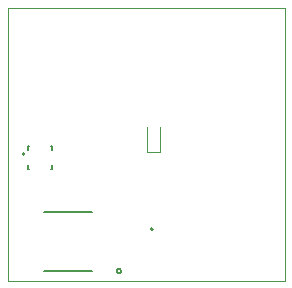
<source format=gto>
G04 #@! TF.FileFunction,Legend,Top*
%FSLAX46Y46*%
G04 Gerber Fmt 4.6, Leading zero omitted, Abs format (unit mm)*
G04 Created by KiCad (PCBNEW 4.0.7) date 01/17/18 14:56:10*
%MOMM*%
%LPD*%
G01*
G04 APERTURE LIST*
%ADD10C,0.152400*%
%ADD11C,0.100000*%
%ADD12C,0.120000*%
%ADD13C,0.127000*%
%ADD14C,0.200000*%
G04 APERTURE END LIST*
D10*
D11*
X37100000Y-36800000D02*
X37000000Y-36800000D01*
X37100000Y-13700000D02*
X37100000Y-36800000D01*
X36700000Y-13700000D02*
X37100000Y-13700000D01*
X35900000Y-13700000D02*
X36700000Y-13700000D01*
X13600000Y-13700000D02*
X35900000Y-13700000D01*
X13600000Y-36800000D02*
X13600000Y-13700000D01*
X37000000Y-36800000D02*
X13600000Y-36800000D01*
D12*
X25400000Y-25920000D02*
X26540000Y-25920000D01*
X26540000Y-25920000D02*
X26540000Y-23820000D01*
X25400000Y-25920000D02*
X25400000Y-23820000D01*
D13*
X15440000Y-25380000D02*
X15340000Y-25380000D01*
X15340000Y-25380000D02*
X15340000Y-25780000D01*
X17240000Y-27380000D02*
X17340000Y-27380000D01*
X17340000Y-27380000D02*
X17340000Y-26980000D01*
X17340000Y-25380000D02*
X17340000Y-25780000D01*
X15440000Y-27380000D02*
X15340000Y-27380000D01*
X15340000Y-26980000D02*
X15340000Y-27380000D01*
X17340000Y-25380000D02*
X17240000Y-25380000D01*
D14*
X15040000Y-26080000D02*
G75*
G03X15040000Y-26080000I-100000J0D01*
G01*
D10*
X23235000Y-36015000D02*
G75*
G03X23235000Y-36015000I-200000J0D01*
G01*
D13*
X20720000Y-36000000D02*
X16720000Y-36000000D01*
X20720000Y-31000000D02*
X16720000Y-31000000D01*
D10*
X25910000Y-32460000D02*
G75*
G03X25910000Y-32460000I-100000J0D01*
G01*
M02*

</source>
